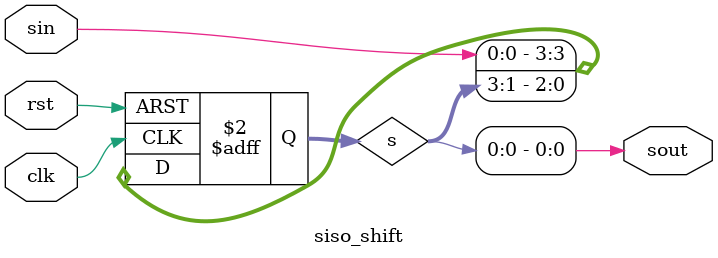
<source format=v>
    
    
//endmodule


///*concatenation8
`timescale 1ns / 1ps
module siso_shift(input clk,
                  input rst,
                  input sin,
                  output  sout);
      reg [3:0]s;
      assign sout=s[0];
 always @ (posedge clk  or posedge rst)begin
 if(rst)begin
    s<=4'b0000;
    end
    
 else begin
    s<={sin,s[3:1]};  // nbit right shift 
    end               //temp<={din,temp [(N-1:1]};
   end
    
endmodule


</source>
